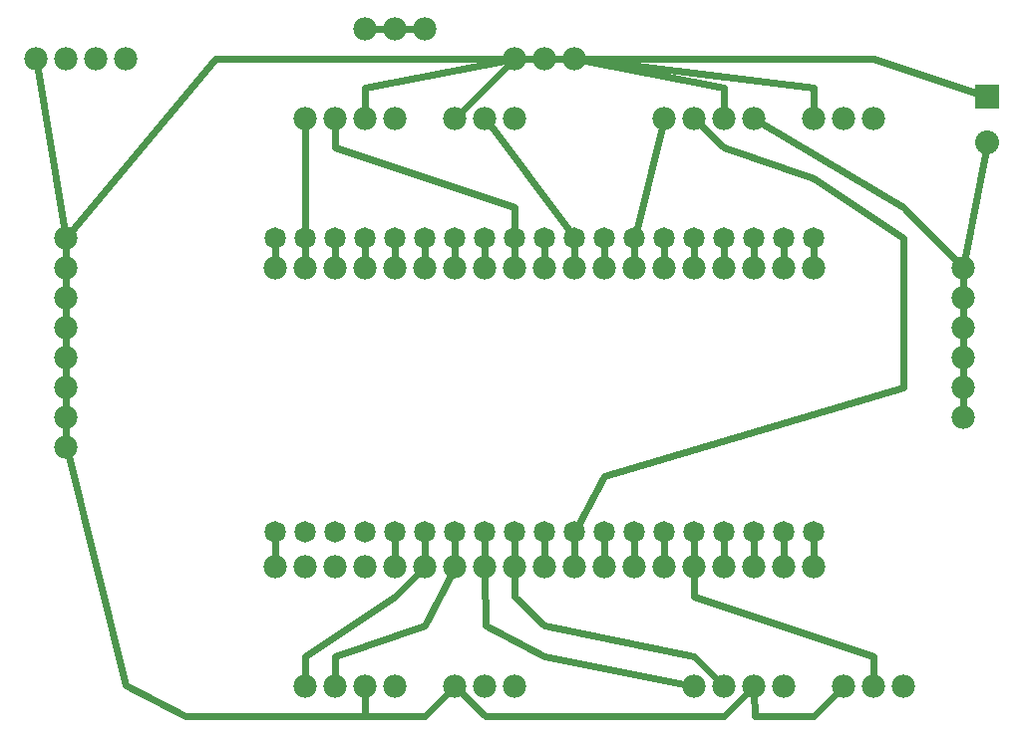
<source format=gtl>
G04 MADE WITH FRITZING*
G04 WWW.FRITZING.ORG*
G04 DOUBLE SIDED*
G04 HOLES PLATED*
G04 CONTOUR ON CENTER OF CONTOUR VECTOR*
%ASAXBY*%
%FSLAX23Y23*%
%MOIN*%
%OFA0B0*%
%SFA1.0B1.0*%
%ADD10C,0.071828*%
%ADD11C,0.078000*%
%ADD12C,0.080000*%
%ADD13C,0.024000*%
%ADD14R,0.001000X0.001000*%
%LNCOPPER1*%
G90*
G70*
G54D10*
X1129Y876D03*
X1229Y876D03*
X1328Y876D03*
X1429Y876D03*
X1528Y876D03*
X1628Y876D03*
X1729Y876D03*
X1828Y876D03*
X1928Y876D03*
X2028Y876D03*
X2128Y876D03*
X2228Y876D03*
X2328Y876D03*
X2428Y876D03*
X2528Y876D03*
X2628Y876D03*
X2727Y876D03*
X2828Y876D03*
X2928Y876D03*
X2928Y1861D03*
X2828Y1861D03*
X2727Y1861D03*
X2628Y1861D03*
X2528Y1861D03*
X2428Y1861D03*
X2328Y1861D03*
X2228Y1861D03*
X2128Y1861D03*
X2028Y1861D03*
X1928Y1861D03*
X1828Y1861D03*
X1729Y1861D03*
X1628Y1861D03*
X1528Y1861D03*
X1429Y1861D03*
X1328Y1861D03*
X1229Y1861D03*
X1129Y1861D03*
G54D11*
X428Y1861D03*
X428Y1761D03*
X428Y1661D03*
X428Y1561D03*
X428Y1461D03*
X428Y1361D03*
X428Y1261D03*
X428Y1161D03*
X3428Y1761D03*
X3428Y1661D03*
X3428Y1561D03*
X3428Y1461D03*
X3428Y1361D03*
X3428Y1261D03*
X2928Y1761D03*
X2828Y1761D03*
X2728Y1761D03*
X2628Y1761D03*
X2528Y1761D03*
X2428Y1761D03*
X2328Y1761D03*
X2228Y1761D03*
X2128Y1761D03*
X2028Y1761D03*
X1928Y1761D03*
X1828Y1761D03*
X1728Y1761D03*
X1628Y1761D03*
X1528Y1761D03*
X1428Y1761D03*
X1328Y1761D03*
X1228Y1761D03*
X1128Y1761D03*
X1528Y2261D03*
X1428Y2261D03*
X1328Y2261D03*
X1228Y2261D03*
X2728Y2261D03*
X2628Y2261D03*
X2528Y2261D03*
X2428Y2261D03*
X2828Y361D03*
X2728Y361D03*
X2628Y361D03*
X2528Y361D03*
X1528Y361D03*
X1428Y361D03*
X1328Y361D03*
X1228Y361D03*
X2928Y761D03*
X2828Y761D03*
X2728Y761D03*
X2628Y761D03*
X2528Y761D03*
X2428Y761D03*
X2328Y761D03*
X2228Y761D03*
X2128Y761D03*
X2028Y761D03*
X1928Y761D03*
X1828Y761D03*
X1728Y761D03*
X1628Y761D03*
X1528Y761D03*
X1428Y761D03*
X1328Y761D03*
X1228Y761D03*
X1128Y761D03*
G54D12*
X3508Y2333D03*
X3508Y2181D03*
X3508Y2333D03*
X3508Y2181D03*
G54D11*
X628Y2461D03*
X528Y2461D03*
X428Y2461D03*
X328Y2461D03*
X1928Y2261D03*
X1828Y2261D03*
X1728Y2261D03*
X3228Y361D03*
X3128Y361D03*
X3028Y361D03*
X1928Y361D03*
X1828Y361D03*
X1728Y361D03*
X3128Y2261D03*
X3028Y2261D03*
X2928Y2261D03*
X2128Y2461D03*
X2028Y2461D03*
X1928Y2461D03*
X1628Y2561D03*
X1528Y2561D03*
X1428Y2561D03*
G54D13*
X2928Y1780D02*
X2928Y1842D01*
D02*
X2828Y1780D02*
X2828Y1842D01*
D02*
X2728Y1780D02*
X2727Y1842D01*
D02*
X2628Y1780D02*
X2628Y1842D01*
D02*
X2528Y1780D02*
X2528Y1842D01*
D02*
X2428Y1780D02*
X2428Y1842D01*
D02*
X2328Y1780D02*
X2328Y1842D01*
D02*
X2028Y1780D02*
X2028Y1842D01*
D02*
X1928Y1780D02*
X1928Y1842D01*
D02*
X1828Y1780D02*
X1828Y1842D01*
D02*
X1728Y1780D02*
X1729Y1842D01*
D02*
X1628Y1780D02*
X1628Y1842D01*
D02*
X1528Y1780D02*
X1528Y1842D01*
D02*
X1428Y1780D02*
X1429Y1842D01*
D02*
X1328Y1780D02*
X1328Y1842D01*
D02*
X1228Y1780D02*
X1229Y1842D01*
D02*
X1128Y1780D02*
X1129Y1842D01*
D02*
X2428Y780D02*
X2428Y856D01*
D02*
X2928Y780D02*
X2928Y856D01*
D02*
X428Y1780D02*
X428Y1842D01*
D02*
X428Y1680D02*
X428Y1742D01*
D02*
X428Y1580D02*
X428Y1642D01*
D02*
X428Y1480D02*
X428Y1542D01*
D02*
X428Y1380D02*
X428Y1442D01*
D02*
X428Y1280D02*
X428Y1342D01*
D02*
X428Y1180D02*
X428Y1242D01*
D02*
X3432Y1780D02*
X3504Y2158D01*
D02*
X3428Y1680D02*
X3428Y1742D01*
D02*
X3428Y1580D02*
X3428Y1642D01*
D02*
X3428Y1480D02*
X3428Y1542D01*
D02*
X3428Y1380D02*
X3428Y1442D01*
D02*
X3428Y1280D02*
X3428Y1342D01*
D02*
X1628Y780D02*
X1628Y856D01*
D02*
X1728Y780D02*
X1729Y856D01*
D02*
X1828Y780D02*
X1828Y856D01*
D02*
X1928Y780D02*
X1928Y856D01*
D02*
X2028Y780D02*
X2028Y856D01*
D02*
X2128Y780D02*
X2128Y856D01*
D02*
X2228Y780D02*
X2228Y856D01*
D02*
X2328Y780D02*
X2328Y856D01*
D02*
X2528Y780D02*
X2528Y856D01*
D02*
X2628Y780D02*
X2628Y856D01*
D02*
X2728Y780D02*
X2727Y856D01*
D02*
X2828Y780D02*
X2828Y856D01*
D02*
X425Y1880D02*
X331Y2443D01*
D02*
X1228Y461D02*
X1529Y660D01*
D02*
X1529Y660D02*
X1615Y748D01*
D02*
X1228Y380D02*
X1228Y461D01*
D02*
X1627Y562D02*
X1329Y461D01*
D02*
X1329Y461D02*
X1328Y380D01*
D02*
X1720Y744D02*
X1627Y562D01*
D02*
X2029Y461D02*
X2510Y365D01*
D02*
X1830Y562D02*
X2029Y461D01*
D02*
X1828Y742D02*
X1830Y562D01*
D02*
X2527Y461D02*
X2029Y562D01*
D02*
X2029Y562D02*
X1928Y660D01*
D02*
X1928Y660D02*
X1928Y742D01*
D02*
X2615Y375D02*
X2527Y461D01*
D02*
X2929Y2061D02*
X2628Y2162D01*
D02*
X2229Y1063D02*
X3227Y1360D01*
D02*
X2628Y2162D02*
X2527Y2260D01*
D02*
X2137Y893D02*
X2229Y1063D01*
D02*
X3227Y1360D02*
X3227Y1861D01*
D02*
X2527Y2260D02*
X2513Y2250D01*
D02*
X3227Y1861D02*
X2929Y2061D01*
D02*
X2009Y2461D02*
X1947Y2461D01*
D02*
X2109Y2461D02*
X2047Y2461D01*
D02*
X3129Y2460D02*
X2147Y2461D01*
D02*
X3486Y2341D02*
X3129Y2460D01*
D02*
X927Y2460D02*
X1909Y2461D01*
D02*
X440Y1876D02*
X927Y2460D01*
D02*
X1910Y2458D02*
X1427Y2362D01*
D02*
X1427Y2362D02*
X1428Y2280D01*
D02*
X1915Y2448D02*
X1742Y2275D01*
D02*
X2929Y2362D02*
X2929Y2280D01*
D02*
X2147Y2459D02*
X2929Y2362D01*
D02*
X2628Y2362D02*
X2628Y2280D01*
D02*
X2147Y2458D02*
X2628Y2362D01*
D02*
X2116Y1877D02*
X1840Y2246D01*
D02*
X2128Y1780D02*
X2128Y1842D01*
D02*
X2228Y1780D02*
X2228Y1842D01*
D02*
X3129Y461D02*
X3128Y380D01*
D02*
X2527Y660D02*
X3129Y461D01*
D02*
X2528Y742D02*
X2527Y660D01*
D02*
X1329Y2162D02*
X1328Y2242D01*
D02*
X1928Y1881D02*
X1928Y1962D01*
D02*
X1928Y1962D02*
X1329Y2162D01*
D02*
X1229Y1881D02*
X1228Y2242D01*
D02*
X1528Y780D02*
X1528Y856D01*
D02*
X3227Y1962D02*
X2745Y2251D01*
D02*
X3415Y1775D02*
X3227Y1962D01*
D02*
X629Y362D02*
X829Y261D01*
D02*
X1427Y261D02*
X1428Y342D01*
D02*
X433Y1143D02*
X629Y362D01*
D02*
X829Y261D02*
X1427Y261D01*
D02*
X1627Y261D02*
X1427Y261D01*
D02*
X1427Y261D02*
X1428Y342D01*
D02*
X1715Y348D02*
X1627Y261D01*
D02*
X2929Y261D02*
X3015Y348D01*
D02*
X2730Y261D02*
X2929Y261D01*
D02*
X2729Y342D02*
X2730Y261D01*
D02*
X1509Y2561D02*
X1447Y2561D01*
D02*
X1609Y2561D02*
X1547Y2561D01*
D02*
X2628Y261D02*
X2715Y348D01*
D02*
X1830Y261D02*
X2628Y261D01*
D02*
X1742Y348D02*
X1830Y261D01*
D02*
X2333Y1880D02*
X2424Y2243D01*
D02*
X1128Y780D02*
X1129Y856D01*
G54D14*
X3469Y2373D02*
X3547Y2373D01*
X3469Y2372D02*
X3548Y2372D01*
X3469Y2371D02*
X3548Y2371D01*
X3469Y2370D02*
X3548Y2370D01*
X3469Y2369D02*
X3548Y2369D01*
X3469Y2368D02*
X3548Y2368D01*
X3469Y2367D02*
X3548Y2367D01*
X3469Y2366D02*
X3548Y2366D01*
X3469Y2365D02*
X3548Y2365D01*
X3469Y2364D02*
X3548Y2364D01*
X3469Y2363D02*
X3548Y2363D01*
X3469Y2362D02*
X3548Y2362D01*
X3469Y2361D02*
X3548Y2361D01*
X3469Y2360D02*
X3548Y2360D01*
X3469Y2359D02*
X3548Y2359D01*
X3469Y2358D02*
X3548Y2358D01*
X3469Y2357D02*
X3548Y2357D01*
X3469Y2356D02*
X3501Y2356D01*
X3515Y2356D02*
X3548Y2356D01*
X3469Y2355D02*
X3498Y2355D01*
X3518Y2355D02*
X3548Y2355D01*
X3469Y2354D02*
X3496Y2354D01*
X3520Y2354D02*
X3548Y2354D01*
X3469Y2353D02*
X3494Y2353D01*
X3522Y2353D02*
X3548Y2353D01*
X3469Y2352D02*
X3493Y2352D01*
X3523Y2352D02*
X3548Y2352D01*
X3469Y2351D02*
X3492Y2351D01*
X3524Y2351D02*
X3548Y2351D01*
X3469Y2350D02*
X3491Y2350D01*
X3525Y2350D02*
X3548Y2350D01*
X3469Y2349D02*
X3490Y2349D01*
X3526Y2349D02*
X3548Y2349D01*
X3469Y2348D02*
X3489Y2348D01*
X3527Y2348D02*
X3548Y2348D01*
X3469Y2347D02*
X3488Y2347D01*
X3528Y2347D02*
X3548Y2347D01*
X3469Y2346D02*
X3488Y2346D01*
X3528Y2346D02*
X3548Y2346D01*
X3469Y2345D02*
X3487Y2345D01*
X3529Y2345D02*
X3548Y2345D01*
X3469Y2344D02*
X3487Y2344D01*
X3529Y2344D02*
X3548Y2344D01*
X3469Y2343D02*
X3486Y2343D01*
X3530Y2343D02*
X3548Y2343D01*
X3469Y2342D02*
X3486Y2342D01*
X3530Y2342D02*
X3548Y2342D01*
X3469Y2341D02*
X3485Y2341D01*
X3531Y2341D02*
X3548Y2341D01*
X3469Y2340D02*
X3485Y2340D01*
X3531Y2340D02*
X3548Y2340D01*
X3469Y2339D02*
X3485Y2339D01*
X3531Y2339D02*
X3548Y2339D01*
X3469Y2338D02*
X3484Y2338D01*
X3532Y2338D02*
X3548Y2338D01*
X3469Y2337D02*
X3484Y2337D01*
X3532Y2337D02*
X3548Y2337D01*
X3469Y2336D02*
X3484Y2336D01*
X3532Y2336D02*
X3548Y2336D01*
X3469Y2335D02*
X3484Y2335D01*
X3532Y2335D02*
X3548Y2335D01*
X3469Y2334D02*
X3484Y2334D01*
X3532Y2334D02*
X3548Y2334D01*
X3469Y2333D02*
X3484Y2333D01*
X3532Y2333D02*
X3548Y2333D01*
X3469Y2332D02*
X3484Y2332D01*
X3532Y2332D02*
X3548Y2332D01*
X3469Y2331D02*
X3484Y2331D01*
X3532Y2331D02*
X3548Y2331D01*
X3469Y2330D02*
X3484Y2330D01*
X3532Y2330D02*
X3548Y2330D01*
X3469Y2329D02*
X3484Y2329D01*
X3532Y2329D02*
X3548Y2329D01*
X3469Y2328D02*
X3485Y2328D01*
X3531Y2328D02*
X3548Y2328D01*
X3469Y2327D02*
X3485Y2327D01*
X3531Y2327D02*
X3548Y2327D01*
X3469Y2326D02*
X3485Y2326D01*
X3531Y2326D02*
X3548Y2326D01*
X3469Y2325D02*
X3485Y2325D01*
X3531Y2325D02*
X3548Y2325D01*
X3469Y2324D02*
X3486Y2324D01*
X3530Y2324D02*
X3548Y2324D01*
X3469Y2323D02*
X3486Y2323D01*
X3530Y2323D02*
X3548Y2323D01*
X3469Y2322D02*
X3487Y2322D01*
X3529Y2322D02*
X3548Y2322D01*
X3469Y2321D02*
X3487Y2321D01*
X3529Y2321D02*
X3548Y2321D01*
X3469Y2320D02*
X3488Y2320D01*
X3528Y2320D02*
X3548Y2320D01*
X3469Y2319D02*
X3489Y2319D01*
X3527Y2319D02*
X3548Y2319D01*
X3469Y2318D02*
X3490Y2318D01*
X3526Y2318D02*
X3548Y2318D01*
X3469Y2317D02*
X3491Y2317D01*
X3525Y2317D02*
X3548Y2317D01*
X3469Y2316D02*
X3492Y2316D01*
X3524Y2316D02*
X3548Y2316D01*
X3469Y2315D02*
X3493Y2315D01*
X3523Y2315D02*
X3548Y2315D01*
X3469Y2314D02*
X3494Y2314D01*
X3522Y2314D02*
X3548Y2314D01*
X3469Y2313D02*
X3496Y2313D01*
X3520Y2313D02*
X3548Y2313D01*
X3469Y2312D02*
X3498Y2312D01*
X3518Y2312D02*
X3548Y2312D01*
X3469Y2311D02*
X3500Y2311D01*
X3516Y2311D02*
X3548Y2311D01*
X3469Y2310D02*
X3504Y2310D01*
X3512Y2310D02*
X3548Y2310D01*
X3469Y2309D02*
X3548Y2309D01*
X3469Y2308D02*
X3548Y2308D01*
X3469Y2307D02*
X3548Y2307D01*
X3469Y2306D02*
X3548Y2306D01*
X3469Y2305D02*
X3548Y2305D01*
X3469Y2304D02*
X3548Y2304D01*
X3469Y2303D02*
X3548Y2303D01*
X3469Y2302D02*
X3548Y2302D01*
X3469Y2301D02*
X3548Y2301D01*
X3469Y2300D02*
X3548Y2300D01*
X3469Y2299D02*
X3548Y2299D01*
X3469Y2298D02*
X3548Y2298D01*
X3469Y2297D02*
X3548Y2297D01*
X3469Y2296D02*
X3548Y2296D01*
X3469Y2295D02*
X3548Y2295D01*
X3469Y2294D02*
X3548Y2294D01*
D02*
G04 End of Copper1*
M02*
</source>
